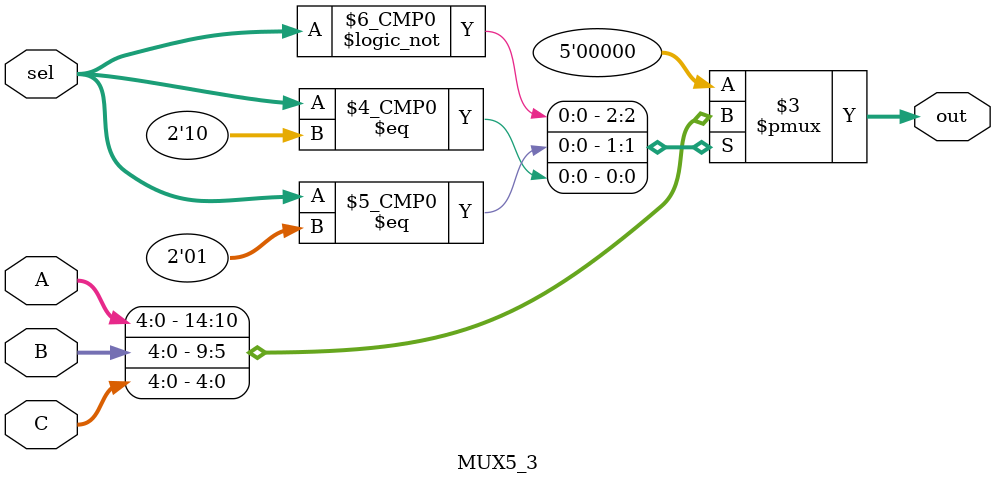
<source format=v>
`timescale 1ns / 1ps


module MUX5_2(
    input [4:0] A,
    input [4:0] B,
    input sel,
    output reg [4:0] out
    );
    always @(*)
    begin
        case(sel)
        1'b0:out = A;
        1'b1:out = B;
        default:out = 0;
        endcase
    end
endmodule


module MUX32_2(
    input [31:0] A,
    input [31:0] B,
    input sel,
    output reg [31:0] out
    );
    always @(*)
    begin
        case(sel)
        1'b0:out = A;
        1'b1:out = B;
        default:out = 0;
        endcase
    end
endmodule

module MUX32_3(
    input [31:0] A,
    input [31:0] B,
    input [31:0] C,
    input [1:0] sel,
    output reg [31:0] out
    );
    always @(*)
    begin
        case(sel)
        2'b00:out = A;
        2'b01:out = B;
        2'b10:out = C;
        default:out = 0;
        endcase
    end
endmodule

module MUX32_5(
    input [31:0] A,
    input [31:0] B,
    input [31:0] C,
    input [31:0] D,
    input [31:0] E,
    input [31:0] F,
    input [2:0] sel,
    output reg [31:0] out
    );
    always @(*)
    begin
        case(sel)
        3'd0:out = A;
        3'd1:out = B;
        3'd2:out = C;
        3'd3:out = D;
        3'd4:out = E;
        3'd5:out = F;
        default:out = 0;
        endcase
    end
endmodule

module MUX32_6(
    input [31:0] A,
    input [31:0] B,
    input [31:0] C,
    input [31:0] D,
    input [31:0] E,
    input [31:0] H,
    input [2:0] sel,
    output reg [31:0] out
    );
    always @(*)
    begin
        case(sel)
        3'd0:out = A;
        3'd1:out = B;
        3'd2:out = C;
        3'd3:out = D;
        3'd4:out = E;
        3'd7:out = H;
        default:out = 0;
        endcase
    end
endmodule

module MUX5_3(
    input [4:0] A,
    input [4:0] B,
    input [4:0] C,
    input [1:0] sel,
    output reg [4:0] out
    );
    always @(*)
    begin
        case(sel)
        2'b00:out = A;
        2'b01:out = B;
        2'b10:out = C;
        default:out = 0;
        endcase
    end
endmodule

</source>
